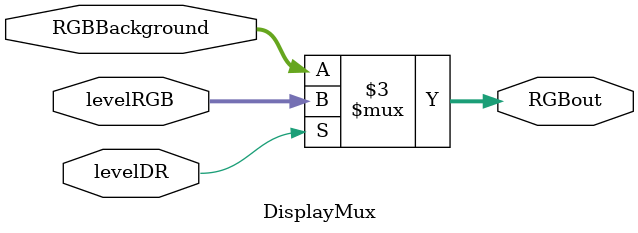
<source format=sv>
module DisplayMux (
	input logic [7:0] RGBBackground,
	
	input logic levelDR,
	input logic [7:0] levelRGB,
	
	output logic [7:0] RGBout
);
 
 


always_comb begin
	RGBout = RGBBackground;
	if(levelDR) RGBout = levelRGB;
end


endmodule
</source>
